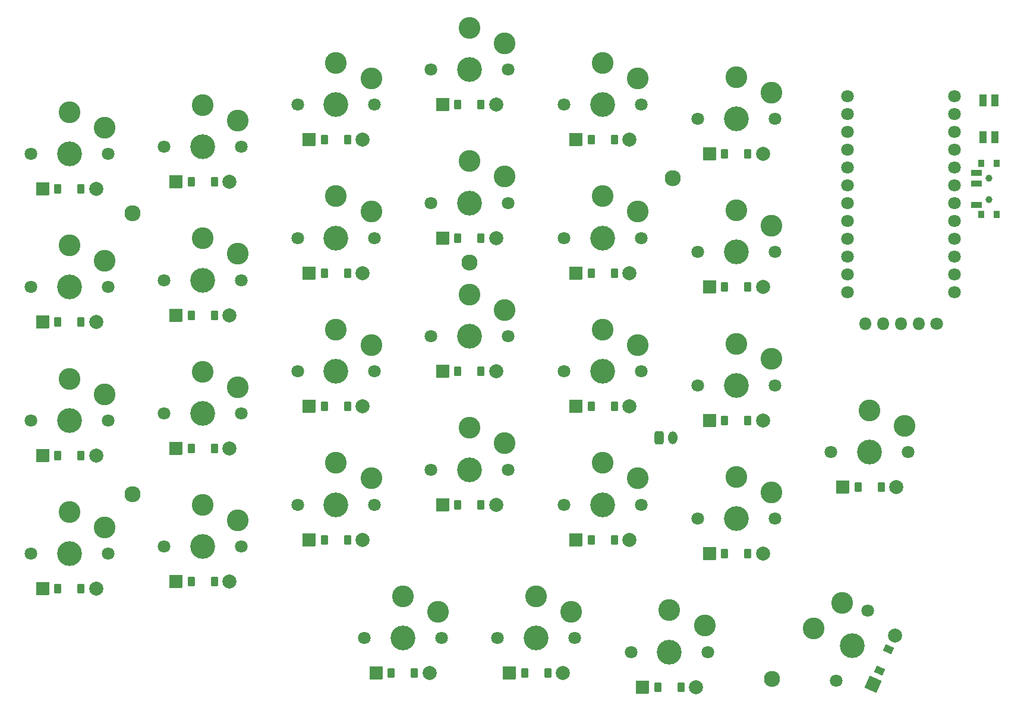
<source format=gbr>
%TF.GenerationSoftware,KiCad,Pcbnew,8.0.5*%
%TF.CreationDate,2024-11-30T23:52:13+01:00*%
%TF.ProjectId,left_finished,6c656674-5f66-4696-9e69-736865642e6b,v1.0.0*%
%TF.SameCoordinates,Original*%
%TF.FileFunction,Soldermask,Top*%
%TF.FilePolarity,Negative*%
%FSLAX46Y46*%
G04 Gerber Fmt 4.6, Leading zero omitted, Abs format (unit mm)*
G04 Created by KiCad (PCBNEW 8.0.5) date 2024-11-30 23:52:13*
%MOMM*%
%LPD*%
G01*
G04 APERTURE LIST*
G04 Aperture macros list*
%AMRoundRect*
0 Rectangle with rounded corners*
0 $1 Rounding radius*
0 $2 $3 $4 $5 $6 $7 $8 $9 X,Y pos of 4 corners*
0 Add a 4 corners polygon primitive as box body*
4,1,4,$2,$3,$4,$5,$6,$7,$8,$9,$2,$3,0*
0 Add four circle primitives for the rounded corners*
1,1,$1+$1,$2,$3*
1,1,$1+$1,$4,$5*
1,1,$1+$1,$6,$7*
1,1,$1+$1,$8,$9*
0 Add four rect primitives between the rounded corners*
20,1,$1+$1,$2,$3,$4,$5,0*
20,1,$1+$1,$4,$5,$6,$7,0*
20,1,$1+$1,$6,$7,$8,$9,0*
20,1,$1+$1,$8,$9,$2,$3,0*%
G04 Aperture macros list end*
%ADD10C,2.300000*%
%ADD11C,1.801800*%
%ADD12C,3.100000*%
%ADD13C,3.529000*%
%ADD14RoundRect,0.050000X-0.889000X-0.889000X0.889000X-0.889000X0.889000X0.889000X-0.889000X0.889000X0*%
%ADD15RoundRect,0.050000X-0.450000X-0.600000X0.450000X-0.600000X0.450000X0.600000X-0.450000X0.600000X0*%
%ADD16C,2.005000*%
%ADD17C,1.800000*%
%ADD18RoundRect,0.050000X0.450553X-1.173731X1.173731X0.450553X-0.450553X1.173731X-1.173731X-0.450553X0*%
%ADD19RoundRect,0.050000X0.365096X-0.655137X0.731159X0.167053X-0.365096X0.655137X-0.731159X-0.167053X0*%
%ADD20O,1.800000X1.800000*%
%ADD21RoundRect,0.050000X0.400000X-0.500000X0.400000X0.500000X-0.400000X0.500000X-0.400000X-0.500000X0*%
%ADD22C,1.000000*%
%ADD23RoundRect,0.050000X0.750000X-0.350000X0.750000X0.350000X-0.750000X0.350000X-0.750000X-0.350000X0*%
%ADD24RoundRect,0.050000X0.500000X-0.775000X0.500000X0.775000X-0.500000X0.775000X-0.500000X-0.775000X0*%
%ADD25RoundRect,0.260000X0.390000X0.665000X-0.390000X0.665000X-0.390000X-0.665000X0.390000X-0.665000X0*%
%ADD26O,1.300000X1.850000*%
G04 APERTURE END LIST*
D10*
%TO.C,MH3*%
X157000000Y-121500000D03*
%TD*%
D11*
%TO.C,S18*%
X218500000Y-144000000D03*
D12*
X224000000Y-138050000D03*
D13*
X224000000Y-144000000D03*
D12*
X229000000Y-140250000D03*
D11*
X229500000Y-144000000D03*
%TD*%
D14*
%TO.C,D6*%
X163190000Y-155000000D03*
D15*
X165350000Y-155000000D03*
X168650000Y-155000000D03*
D16*
X170810000Y-155000000D03*
%TD*%
D14*
%TO.C,D13*%
X201190000Y-163000000D03*
D15*
X203350000Y-163000000D03*
X206650000Y-163000000D03*
D16*
X208810000Y-163000000D03*
%TD*%
D14*
%TO.C,D16*%
X201190000Y-106000000D03*
D15*
X203350000Y-106000000D03*
X206650000Y-106000000D03*
D16*
X208810000Y-106000000D03*
%TD*%
D14*
%TO.C,D23*%
X239190000Y-132000000D03*
D15*
X241350000Y-132000000D03*
X244650000Y-132000000D03*
D16*
X246810000Y-132000000D03*
%TD*%
D14*
%TO.C,D2*%
X144190000Y-156000000D03*
D15*
X146350000Y-156000000D03*
X149650000Y-156000000D03*
D16*
X151810000Y-156000000D03*
%TD*%
D11*
%TO.C,S9*%
X180500000Y-163000000D03*
D12*
X186000000Y-157050000D03*
D13*
X186000000Y-163000000D03*
D12*
X191000000Y-159250000D03*
D11*
X191500000Y-163000000D03*
%TD*%
D14*
%TO.C,D29*%
X258190000Y-160500000D03*
D15*
X260350000Y-160500000D03*
X263650000Y-160500000D03*
D16*
X265810000Y-160500000D03*
%TD*%
D14*
%TO.C,D14*%
X201190000Y-144000000D03*
D15*
X203350000Y-144000000D03*
X206650000Y-144000000D03*
D16*
X208810000Y-144000000D03*
%TD*%
D11*
%TO.C,S27*%
X228000000Y-184000000D03*
D12*
X233500000Y-178050000D03*
D13*
X233500000Y-184000000D03*
D12*
X238500000Y-180250000D03*
D11*
X239000000Y-184000000D03*
%TD*%
%TO.C,S14*%
X199500000Y-139000000D03*
D12*
X205000000Y-133050000D03*
D13*
X205000000Y-139000000D03*
D12*
X210000000Y-135250000D03*
D11*
X210500000Y-139000000D03*
%TD*%
D17*
%TO.C,MCU1*%
X274120000Y-104800000D03*
X274120000Y-107340000D03*
X274120000Y-109880000D03*
X274120000Y-112420000D03*
X274120000Y-114960000D03*
X274120000Y-117500000D03*
X274120000Y-120040000D03*
X274120000Y-122580000D03*
X274120000Y-125120000D03*
X274120000Y-127660000D03*
X274120000Y-130200000D03*
X274120000Y-132740000D03*
X258880000Y-132740000D03*
X258880000Y-130200000D03*
X258880000Y-127660000D03*
X258880000Y-125120000D03*
X258880000Y-122580000D03*
X258880000Y-120040000D03*
X258880000Y-117500000D03*
X258880000Y-114960000D03*
X258880000Y-112420000D03*
X258880000Y-109880000D03*
X258880000Y-107340000D03*
X258880000Y-104800000D03*
%TD*%
D14*
%TO.C,D8*%
X163190000Y-117000000D03*
D15*
X165350000Y-117000000D03*
X168650000Y-117000000D03*
D16*
X170810000Y-117000000D03*
%TD*%
D11*
%TO.C,S21*%
X237500000Y-165000000D03*
D12*
X243000000Y-159050000D03*
D13*
X243000000Y-165000000D03*
D12*
X248000000Y-161250000D03*
D11*
X248500000Y-165000000D03*
%TD*%
%TO.C,S23*%
X237500000Y-127000000D03*
D12*
X243000000Y-121050000D03*
D13*
X243000000Y-127000000D03*
D12*
X248000000Y-123250000D03*
D11*
X248500000Y-127000000D03*
%TD*%
D14*
%TO.C,D11*%
X182190000Y-130000000D03*
D15*
X184350000Y-130000000D03*
X187650000Y-130000000D03*
D16*
X189810000Y-130000000D03*
%TD*%
D14*
%TO.C,D3*%
X144190000Y-137000000D03*
D15*
X146350000Y-137000000D03*
X149650000Y-137000000D03*
D16*
X151810000Y-137000000D03*
%TD*%
D11*
%TO.C,S6*%
X161500000Y-150000000D03*
D12*
X167000000Y-144050000D03*
D13*
X167000000Y-150000000D03*
D12*
X172000000Y-146250000D03*
D11*
X172500000Y-150000000D03*
%TD*%
D14*
%TO.C,D10*%
X182190000Y-149000000D03*
D15*
X184350000Y-149000000D03*
X187650000Y-149000000D03*
D16*
X189810000Y-149000000D03*
%TD*%
D10*
%TO.C,MH5*%
X205000000Y-128500000D03*
%TD*%
D14*
%TO.C,D18*%
X220190000Y-149000000D03*
D15*
X222350000Y-149000000D03*
X225650000Y-149000000D03*
D16*
X227810000Y-149000000D03*
%TD*%
D11*
%TO.C,S28*%
X257262948Y-188124500D03*
D12*
X254064405Y-180679917D03*
D13*
X259500000Y-183100000D03*
D12*
X258107888Y-177007010D03*
D11*
X261737052Y-178075500D03*
%TD*%
%TO.C,S8*%
X161500000Y-112000000D03*
D12*
X167000000Y-106050000D03*
D13*
X167000000Y-112000000D03*
D12*
X172000000Y-108250000D03*
D11*
X172500000Y-112000000D03*
%TD*%
%TO.C,S12*%
X180500000Y-106000000D03*
D12*
X186000000Y-100050000D03*
D13*
X186000000Y-106000000D03*
D12*
X191000000Y-102250000D03*
D11*
X191500000Y-106000000D03*
%TD*%
D18*
%TO.C,D28*%
X262518060Y-188614291D03*
D19*
X263396612Y-186641033D03*
X264738842Y-183626333D03*
D16*
X265617394Y-181653075D03*
%TD*%
D11*
%TO.C,S7*%
X161500000Y-131000000D03*
D12*
X167000000Y-125050000D03*
D13*
X167000000Y-131000000D03*
D12*
X172000000Y-127250000D03*
D11*
X172500000Y-131000000D03*
%TD*%
D14*
%TO.C,D17*%
X220190000Y-168000000D03*
D15*
X222350000Y-168000000D03*
X225650000Y-168000000D03*
D16*
X227810000Y-168000000D03*
%TD*%
D11*
%TO.C,S4*%
X142500000Y-113000000D03*
D12*
X148000000Y-107050000D03*
D13*
X148000000Y-113000000D03*
D12*
X153000000Y-109250000D03*
D11*
X153500000Y-113000000D03*
%TD*%
%TO.C,S3*%
X142500000Y-132000000D03*
D12*
X148000000Y-126050000D03*
D13*
X148000000Y-132000000D03*
D12*
X153000000Y-128250000D03*
D11*
X153500000Y-132000000D03*
%TD*%
D14*
%TO.C,D27*%
X229690000Y-189000000D03*
D15*
X231850000Y-189000000D03*
X235150000Y-189000000D03*
D16*
X237310000Y-189000000D03*
%TD*%
D11*
%TO.C,S26*%
X209000000Y-182000000D03*
D12*
X214500000Y-176050000D03*
D13*
X214500000Y-182000000D03*
D12*
X219500000Y-178250000D03*
D11*
X220000000Y-182000000D03*
%TD*%
%TO.C,S2*%
X142500000Y-151000000D03*
D12*
X148000000Y-145050000D03*
D13*
X148000000Y-151000000D03*
D12*
X153000000Y-147250000D03*
D11*
X153500000Y-151000000D03*
%TD*%
D14*
%TO.C,D25*%
X191690000Y-187000000D03*
D15*
X193850000Y-187000000D03*
X197150000Y-187000000D03*
D16*
X199310000Y-187000000D03*
%TD*%
D11*
%TO.C,S17*%
X218500000Y-163000000D03*
D12*
X224000000Y-157050000D03*
D13*
X224000000Y-163000000D03*
D12*
X229000000Y-159250000D03*
D11*
X229500000Y-163000000D03*
%TD*%
D10*
%TO.C,MH4*%
X234000000Y-116500000D03*
%TD*%
D14*
%TO.C,D26*%
X210690000Y-187000000D03*
D15*
X212850000Y-187000000D03*
X216150000Y-187000000D03*
D16*
X218310000Y-187000000D03*
%TD*%
D14*
%TO.C,D9*%
X182190000Y-168000000D03*
D15*
X184350000Y-168000000D03*
X187650000Y-168000000D03*
D16*
X189810000Y-168000000D03*
%TD*%
D10*
%TO.C,MH2*%
X157000000Y-161500000D03*
%TD*%
D11*
%TO.C,S25*%
X190000000Y-182000000D03*
D12*
X195500000Y-176050000D03*
D13*
X195500000Y-182000000D03*
D12*
X200500000Y-178250000D03*
D11*
X201000000Y-182000000D03*
%TD*%
%TO.C,S29*%
X256500000Y-155500000D03*
D12*
X262000000Y-149550000D03*
D13*
X262000000Y-155500000D03*
D12*
X267000000Y-151750000D03*
D11*
X267500000Y-155500000D03*
%TD*%
%TO.C,S16*%
X199500000Y-101000000D03*
D12*
X205000000Y-95050000D03*
D13*
X205000000Y-101000000D03*
D12*
X210000000Y-97250000D03*
D11*
X210500000Y-101000000D03*
%TD*%
%TO.C,S5*%
X161500000Y-169000000D03*
D12*
X167000000Y-163050000D03*
D13*
X167000000Y-169000000D03*
D12*
X172000000Y-165250000D03*
D11*
X172500000Y-169000000D03*
%TD*%
D14*
%TO.C,D7*%
X163190000Y-136000000D03*
D15*
X165350000Y-136000000D03*
X168650000Y-136000000D03*
D16*
X170810000Y-136000000D03*
%TD*%
D11*
%TO.C,S10*%
X180500000Y-144000000D03*
D12*
X186000000Y-138050000D03*
D13*
X186000000Y-144000000D03*
D12*
X191000000Y-140250000D03*
D11*
X191500000Y-144000000D03*
%TD*%
D14*
%TO.C,D1*%
X144190000Y-175000000D03*
D15*
X146350000Y-175000000D03*
X149650000Y-175000000D03*
D16*
X151810000Y-175000000D03*
%TD*%
D10*
%TO.C,MH1*%
X248074234Y-187864648D03*
%TD*%
D14*
%TO.C,D19*%
X220190000Y-130000000D03*
D15*
X222350000Y-130000000D03*
X225650000Y-130000000D03*
D16*
X227810000Y-130000000D03*
%TD*%
D14*
%TO.C,D21*%
X239190000Y-170000000D03*
D15*
X241350000Y-170000000D03*
X244650000Y-170000000D03*
D16*
X246810000Y-170000000D03*
%TD*%
D14*
%TO.C,D24*%
X239190000Y-113000000D03*
D15*
X241350000Y-113000000D03*
X244650000Y-113000000D03*
D16*
X246810000Y-113000000D03*
%TD*%
D14*
%TO.C,D15*%
X201190000Y-125000000D03*
D15*
X203350000Y-125000000D03*
X206650000Y-125000000D03*
D16*
X208810000Y-125000000D03*
%TD*%
D14*
%TO.C,D4*%
X144190000Y-118000000D03*
D15*
X146350000Y-118000000D03*
X149650000Y-118000000D03*
D16*
X151810000Y-118000000D03*
%TD*%
D11*
%TO.C,S22*%
X237500000Y-146000000D03*
D12*
X243000000Y-140050000D03*
D13*
X243000000Y-146000000D03*
D12*
X248000000Y-142250000D03*
D11*
X248500000Y-146000000D03*
%TD*%
%TO.C,S19*%
X218500000Y-125000000D03*
D12*
X224000000Y-119050000D03*
D13*
X224000000Y-125000000D03*
D12*
X229000000Y-121250000D03*
D11*
X229500000Y-125000000D03*
%TD*%
D20*
%TO.C,DISP1*%
X261420000Y-137200000D03*
X263960000Y-137200000D03*
X266500000Y-137200000D03*
X269040000Y-137200000D03*
D17*
X271580000Y-137200000D03*
%TD*%
D14*
%TO.C,D12*%
X182190000Y-111000000D03*
D15*
X184350000Y-111000000D03*
X187650000Y-111000000D03*
D16*
X189810000Y-111000000D03*
%TD*%
D14*
%TO.C,D20*%
X220190000Y-111000000D03*
D15*
X222350000Y-111000000D03*
X225650000Y-111000000D03*
D16*
X227810000Y-111000000D03*
%TD*%
D14*
%TO.C,D22*%
X239190000Y-151000000D03*
D15*
X241350000Y-151000000D03*
X244650000Y-151000000D03*
D16*
X246810000Y-151000000D03*
%TD*%
D11*
%TO.C,S24*%
X237500000Y-108000000D03*
D12*
X243000000Y-102050000D03*
D13*
X243000000Y-108000000D03*
D12*
X248000000Y-104250000D03*
D11*
X248500000Y-108000000D03*
%TD*%
%TO.C,S20*%
X218500000Y-106000000D03*
D12*
X224000000Y-100050000D03*
D13*
X224000000Y-106000000D03*
D12*
X229000000Y-102250000D03*
D11*
X229500000Y-106000000D03*
%TD*%
%TO.C,S11*%
X180500000Y-125000000D03*
D12*
X186000000Y-119050000D03*
D13*
X186000000Y-125000000D03*
D12*
X191000000Y-121250000D03*
D11*
X191500000Y-125000000D03*
%TD*%
D14*
%TO.C,D5*%
X163190000Y-174000000D03*
D15*
X165350000Y-174000000D03*
X168650000Y-174000000D03*
D16*
X170810000Y-174000000D03*
%TD*%
D11*
%TO.C,S1*%
X142500000Y-170000000D03*
D12*
X148000000Y-164050000D03*
D13*
X148000000Y-170000000D03*
D12*
X153000000Y-166250000D03*
D11*
X153500000Y-170000000D03*
%TD*%
D21*
%TO.C,PWR1*%
X277915000Y-114350000D03*
X277915000Y-121650000D03*
D22*
X279025000Y-116500000D03*
X279025000Y-119500000D03*
D21*
X280125000Y-114350000D03*
X280125000Y-121650000D03*
D23*
X277265000Y-120250000D03*
X277265000Y-117250000D03*
X277265000Y-115750000D03*
%TD*%
D11*
%TO.C,S13*%
X199500000Y-158000000D03*
D12*
X205000000Y-152050000D03*
D13*
X205000000Y-158000000D03*
D12*
X210000000Y-154250000D03*
D11*
X210500000Y-158000000D03*
%TD*%
D24*
%TO.C,RST1*%
X279850000Y-110625000D03*
X278150000Y-110625000D03*
X279850000Y-105375000D03*
X278150000Y-105375000D03*
%TD*%
D11*
%TO.C,S15*%
X199500000Y-120000000D03*
D12*
X205000000Y-114050000D03*
D13*
X205000000Y-120000000D03*
D12*
X210000000Y-116250000D03*
D11*
X210500000Y-120000000D03*
%TD*%
D25*
%TO.C,JST1*%
X232000000Y-153500000D03*
D26*
X234000000Y-153500000D03*
%TD*%
M02*

</source>
